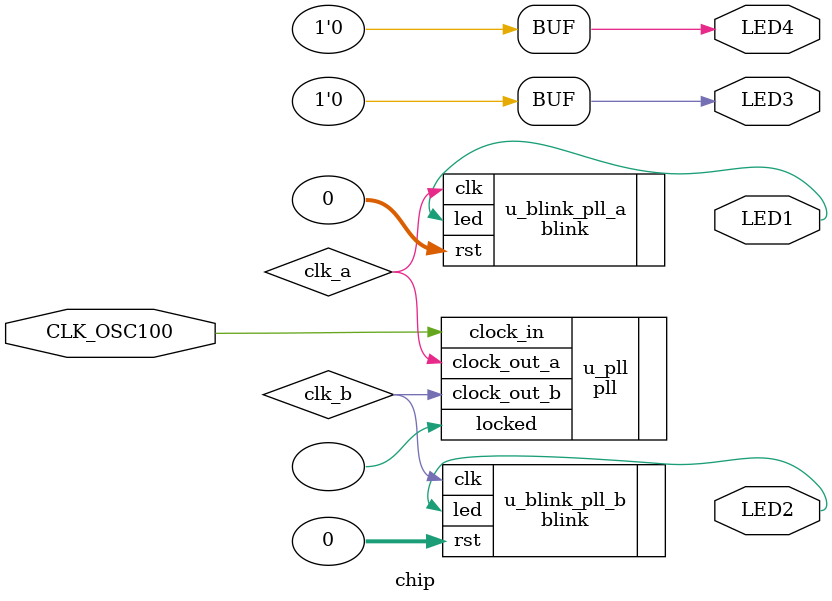
<source format=v>

module chip (
	// 100MHz clock input
	input  CLK_OSC100,

	output LED1,
	output LED2,
	output LED3,
	output LED4
	);

	assign LED3 = 1'b0;
	assign LED4 = 1'b0;

	wire clk_a, clk_b;
	
	pll u_pll(
		.clock_in(CLK_OSC100),
		.clock_out_a(clk_a),
		.clock_out_b(clk_b),
		.locked()
	);

	blink u_blink_pll_a (
		.clk(clk_a),
		.rst(0),
		.led(LED1)
	);

	blink u_blink_pll_b (
		.clk(clk_b),
		.rst(0),
		.led(LED2)
	);

endmodule

</source>
